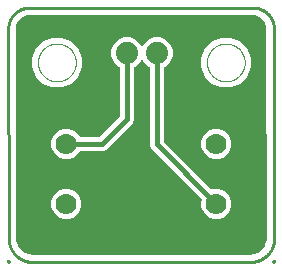
<source format=gbl>
G04 EAGLE Gerber RS-274X export*
G75*
%MOMM*%
%FSLAX34Y34*%
%LPD*%
%INBottom layer*%
%IPPOS*%
%AMOC8*
5,1,8,0,0,1.08239X$1,22.5*%
G01*
%ADD10C,0.000000*%
%ADD11C,0.254000*%
%ADD12C,1.778000*%
%ADD13C,1.879600*%
%ADD14C,0.381000*%
%ADD15C,0.756400*%

G36*
X92202Y-98647D02*
X92202Y-98647D01*
X92280Y-98645D01*
X94268Y-98489D01*
X94336Y-98475D01*
X94405Y-98470D01*
X94561Y-98430D01*
X98343Y-97201D01*
X98450Y-97150D01*
X98561Y-97106D01*
X98612Y-97074D01*
X98630Y-97065D01*
X98646Y-97052D01*
X98697Y-97020D01*
X101913Y-94681D01*
X101999Y-94600D01*
X102091Y-94524D01*
X102129Y-94477D01*
X102144Y-94463D01*
X102155Y-94446D01*
X102193Y-94400D01*
X104528Y-91181D01*
X104585Y-91077D01*
X104649Y-90976D01*
X104671Y-90920D01*
X104681Y-90902D01*
X104686Y-90882D01*
X104708Y-90827D01*
X105933Y-87043D01*
X105946Y-86975D01*
X105969Y-86910D01*
X105991Y-86750D01*
X106145Y-84762D01*
X106144Y-84740D01*
X106149Y-84662D01*
X106149Y-84592D01*
X105919Y92494D01*
X105918Y92494D01*
X105919Y92494D01*
X105918Y92571D01*
X105916Y92591D01*
X105912Y92695D01*
X105715Y94675D01*
X105691Y94778D01*
X105676Y94884D01*
X105648Y94964D01*
X105644Y94985D01*
X105636Y94999D01*
X105624Y95036D01*
X104104Y98693D01*
X104100Y98701D01*
X104097Y98710D01*
X104020Y98840D01*
X103946Y98970D01*
X103940Y98976D01*
X103935Y98984D01*
X103829Y99105D01*
X101026Y101903D01*
X101019Y101909D01*
X101014Y101916D01*
X100893Y102007D01*
X100775Y102098D01*
X100767Y102101D01*
X100759Y102107D01*
X100615Y102178D01*
X96955Y103692D01*
X96853Y103720D01*
X96753Y103757D01*
X96669Y103770D01*
X96648Y103776D01*
X96633Y103776D01*
X96594Y103782D01*
X94614Y103977D01*
X94594Y103977D01*
X94490Y103983D01*
X94473Y103983D01*
X92975Y103983D01*
X92974Y103983D01*
X-94951Y103983D01*
X-94972Y103981D01*
X-95050Y103979D01*
X-96641Y103854D01*
X-96709Y103840D01*
X-96778Y103836D01*
X-96934Y103796D01*
X-99959Y102812D01*
X-100067Y102761D01*
X-100177Y102718D01*
X-100229Y102685D01*
X-100247Y102676D01*
X-100263Y102664D01*
X-100313Y102631D01*
X-102886Y100760D01*
X-102973Y100679D01*
X-103064Y100603D01*
X-103103Y100556D01*
X-103118Y100542D01*
X-103129Y100525D01*
X-103167Y100479D01*
X-105035Y97904D01*
X-105092Y97800D01*
X-105156Y97699D01*
X-105178Y97643D01*
X-105188Y97625D01*
X-105193Y97605D01*
X-105215Y97550D01*
X-106195Y94523D01*
X-106208Y94455D01*
X-106230Y94389D01*
X-106253Y94230D01*
X-106376Y92639D01*
X-106375Y92617D01*
X-106380Y92540D01*
X-106151Y-83179D01*
X-106151Y-83180D01*
X-106149Y-84695D01*
X-106146Y-84716D01*
X-106145Y-84794D01*
X-105987Y-86779D01*
X-105973Y-86847D01*
X-105968Y-86916D01*
X-105928Y-87072D01*
X-104698Y-90847D01*
X-104647Y-90954D01*
X-104604Y-91064D01*
X-104571Y-91116D01*
X-104562Y-91135D01*
X-104549Y-91150D01*
X-104517Y-91200D01*
X-102181Y-94411D01*
X-102100Y-94498D01*
X-102024Y-94589D01*
X-101977Y-94628D01*
X-101963Y-94643D01*
X-101946Y-94654D01*
X-101900Y-94692D01*
X-98687Y-97024D01*
X-98583Y-97081D01*
X-98483Y-97145D01*
X-98426Y-97168D01*
X-98408Y-97177D01*
X-98389Y-97182D01*
X-98333Y-97204D01*
X-94557Y-98431D01*
X-94489Y-98444D01*
X-94424Y-98466D01*
X-94264Y-98489D01*
X-92279Y-98645D01*
X-92257Y-98644D01*
X-92179Y-98649D01*
X92180Y-98649D01*
X92202Y-98647D01*
G37*
%LPC*%
G36*
X60974Y-68401D02*
X60974Y-68401D01*
X56306Y-66467D01*
X52733Y-62894D01*
X50799Y-58226D01*
X50799Y-53174D01*
X51087Y-52479D01*
X51095Y-52450D01*
X51108Y-52424D01*
X51137Y-52297D01*
X51171Y-52172D01*
X51172Y-52142D01*
X51178Y-52113D01*
X51174Y-51984D01*
X51176Y-51854D01*
X51169Y-51825D01*
X51168Y-51796D01*
X51132Y-51671D01*
X51102Y-51545D01*
X51088Y-51518D01*
X51080Y-51490D01*
X51014Y-51378D01*
X50953Y-51263D01*
X50934Y-51242D01*
X50918Y-51216D01*
X50812Y-51095D01*
X10149Y-10432D01*
X8362Y-8646D01*
X7492Y-6545D01*
X7492Y59256D01*
X7489Y59285D01*
X7491Y59314D01*
X7469Y59442D01*
X7452Y59571D01*
X7442Y59599D01*
X7437Y59628D01*
X7383Y59746D01*
X7335Y59867D01*
X7318Y59891D01*
X7306Y59918D01*
X7225Y60019D01*
X7149Y60124D01*
X7126Y60143D01*
X7107Y60166D01*
X7004Y60244D01*
X6904Y60327D01*
X6877Y60340D01*
X6853Y60357D01*
X6709Y60428D01*
X5758Y60822D01*
X2042Y64538D01*
X1713Y65333D01*
X1644Y65454D01*
X1579Y65577D01*
X1565Y65592D01*
X1555Y65610D01*
X1458Y65710D01*
X1365Y65812D01*
X1348Y65824D01*
X1334Y65838D01*
X1215Y65911D01*
X1099Y65987D01*
X1080Y65994D01*
X1063Y66004D01*
X930Y66045D01*
X798Y66090D01*
X778Y66092D01*
X759Y66098D01*
X620Y66105D01*
X481Y66116D01*
X461Y66112D01*
X441Y66113D01*
X305Y66085D01*
X168Y66061D01*
X150Y66053D01*
X130Y66049D01*
X4Y65988D01*
X-122Y65931D01*
X-138Y65918D01*
X-156Y65909D01*
X-262Y65818D01*
X-371Y65732D01*
X-383Y65716D01*
X-398Y65703D01*
X-479Y65588D01*
X-562Y65478D01*
X-574Y65453D01*
X-581Y65443D01*
X-589Y65423D01*
X-633Y65333D01*
X-962Y64538D01*
X-4678Y60822D01*
X-5661Y60415D01*
X-5686Y60400D01*
X-5714Y60391D01*
X-5824Y60322D01*
X-5937Y60258D01*
X-5958Y60237D01*
X-5983Y60221D01*
X-6072Y60127D01*
X-6165Y60036D01*
X-6181Y60011D01*
X-6201Y59990D01*
X-6264Y59876D01*
X-6332Y59765D01*
X-6340Y59737D01*
X-6355Y59711D01*
X-6387Y59585D01*
X-6425Y59461D01*
X-6427Y59432D01*
X-6434Y59403D01*
X-6444Y59242D01*
X-6444Y15151D01*
X-7314Y13050D01*
X-30110Y-9746D01*
X-32211Y-10616D01*
X-51272Y-10616D01*
X-51302Y-10619D01*
X-51331Y-10617D01*
X-51459Y-10639D01*
X-51588Y-10656D01*
X-51615Y-10666D01*
X-51644Y-10671D01*
X-51763Y-10725D01*
X-51884Y-10773D01*
X-51907Y-10790D01*
X-51934Y-10802D01*
X-52036Y-10883D01*
X-52141Y-10959D01*
X-52160Y-10982D01*
X-52183Y-11001D01*
X-52261Y-11104D01*
X-52344Y-11204D01*
X-52356Y-11231D01*
X-52374Y-11255D01*
X-52445Y-11399D01*
X-52733Y-12094D01*
X-56306Y-15667D01*
X-60974Y-17601D01*
X-66026Y-17601D01*
X-70694Y-15667D01*
X-74267Y-12094D01*
X-76201Y-7426D01*
X-76201Y-2374D01*
X-74267Y2294D01*
X-70694Y5867D01*
X-66026Y7801D01*
X-60974Y7801D01*
X-56306Y5867D01*
X-52733Y2294D01*
X-52445Y1599D01*
X-52430Y1574D01*
X-52421Y1546D01*
X-52352Y1436D01*
X-52287Y1323D01*
X-52267Y1302D01*
X-52251Y1277D01*
X-52156Y1188D01*
X-52066Y1095D01*
X-52041Y1079D01*
X-52019Y1059D01*
X-51906Y996D01*
X-51795Y928D01*
X-51767Y920D01*
X-51741Y905D01*
X-51615Y873D01*
X-51491Y835D01*
X-51462Y833D01*
X-51433Y826D01*
X-51272Y816D01*
X-36241Y816D01*
X-36143Y828D01*
X-36044Y831D01*
X-35986Y848D01*
X-35926Y856D01*
X-35834Y892D01*
X-35739Y920D01*
X-35686Y950D01*
X-35630Y973D01*
X-35550Y1031D01*
X-35465Y1081D01*
X-35389Y1147D01*
X-35373Y1159D01*
X-35365Y1169D01*
X-35344Y1187D01*
X-18247Y18284D01*
X-18187Y18362D01*
X-18119Y18434D01*
X-18090Y18487D01*
X-18053Y18535D01*
X-18013Y18626D01*
X-17965Y18713D01*
X-17950Y18771D01*
X-17926Y18827D01*
X-17911Y18925D01*
X-17886Y19021D01*
X-17880Y19121D01*
X-17876Y19141D01*
X-17878Y19153D01*
X-17876Y19181D01*
X-17876Y59242D01*
X-17879Y59272D01*
X-17877Y59301D01*
X-17899Y59429D01*
X-17916Y59558D01*
X-17926Y59585D01*
X-17931Y59615D01*
X-17985Y59733D01*
X-18033Y59854D01*
X-18050Y59877D01*
X-18062Y59904D01*
X-18143Y60006D01*
X-18219Y60111D01*
X-18242Y60130D01*
X-18261Y60153D01*
X-18364Y60231D01*
X-18464Y60314D01*
X-18491Y60326D01*
X-18515Y60344D01*
X-18659Y60415D01*
X-19642Y60822D01*
X-23358Y64538D01*
X-25369Y69393D01*
X-25369Y74647D01*
X-23358Y79502D01*
X-19642Y83218D01*
X-14787Y85229D01*
X-9533Y85229D01*
X-4678Y83218D01*
X-962Y79502D01*
X-633Y78707D01*
X-564Y78586D01*
X-499Y78463D01*
X-485Y78448D01*
X-475Y78430D01*
X-378Y78330D01*
X-285Y78228D01*
X-268Y78216D01*
X-254Y78202D01*
X-135Y78129D01*
X-19Y78053D01*
X0Y78046D01*
X17Y78036D01*
X150Y77995D01*
X282Y77950D01*
X302Y77948D01*
X321Y77942D01*
X460Y77935D01*
X599Y77924D01*
X619Y77928D01*
X639Y77927D01*
X775Y77955D01*
X912Y77979D01*
X931Y77987D01*
X950Y77991D01*
X1075Y78052D01*
X1202Y78109D01*
X1218Y78122D01*
X1236Y78131D01*
X1342Y78221D01*
X1450Y78308D01*
X1463Y78324D01*
X1478Y78337D01*
X1558Y78451D01*
X1642Y78562D01*
X1654Y78587D01*
X1661Y78597D01*
X1668Y78616D01*
X1713Y78707D01*
X2042Y79502D01*
X5758Y83218D01*
X10613Y85229D01*
X15867Y85229D01*
X20722Y83218D01*
X24438Y79502D01*
X26449Y74647D01*
X26449Y69393D01*
X24438Y64538D01*
X20722Y60822D01*
X19707Y60402D01*
X19682Y60387D01*
X19654Y60378D01*
X19544Y60309D01*
X19431Y60244D01*
X19410Y60224D01*
X19385Y60208D01*
X19296Y60113D01*
X19203Y60023D01*
X19187Y59998D01*
X19167Y59976D01*
X19104Y59863D01*
X19036Y59752D01*
X19028Y59724D01*
X19013Y59698D01*
X18981Y59572D01*
X18943Y59448D01*
X18941Y59418D01*
X18934Y59390D01*
X18924Y59229D01*
X18924Y-2515D01*
X18936Y-2613D01*
X18939Y-2712D01*
X18956Y-2770D01*
X18964Y-2830D01*
X19000Y-2922D01*
X19028Y-3017D01*
X19058Y-3070D01*
X19081Y-3126D01*
X19139Y-3206D01*
X19189Y-3291D01*
X19255Y-3367D01*
X19267Y-3383D01*
X19277Y-3391D01*
X19295Y-3412D01*
X58895Y-43012D01*
X58919Y-43030D01*
X58938Y-43053D01*
X59044Y-43127D01*
X59147Y-43207D01*
X59174Y-43219D01*
X59198Y-43236D01*
X59319Y-43282D01*
X59438Y-43333D01*
X59468Y-43338D01*
X59495Y-43348D01*
X59624Y-43363D01*
X59753Y-43383D01*
X59782Y-43380D01*
X59811Y-43384D01*
X59940Y-43366D01*
X60069Y-43353D01*
X60097Y-43343D01*
X60126Y-43339D01*
X60279Y-43287D01*
X60974Y-42999D01*
X66026Y-42999D01*
X70694Y-44933D01*
X74267Y-48506D01*
X76201Y-53174D01*
X76201Y-58226D01*
X74267Y-62894D01*
X70694Y-66467D01*
X66026Y-68401D01*
X60974Y-68401D01*
G37*
%LPD*%
%LPC*%
G36*
X67307Y42919D02*
X67307Y42919D01*
X59559Y46129D01*
X53629Y52059D01*
X50419Y59807D01*
X50419Y68193D01*
X53629Y75941D01*
X59559Y81871D01*
X67307Y85081D01*
X75693Y85081D01*
X83441Y81871D01*
X89371Y75941D01*
X92581Y68193D01*
X92581Y59807D01*
X89371Y52059D01*
X83441Y46129D01*
X75693Y42919D01*
X67307Y42919D01*
G37*
%LPD*%
%LPC*%
G36*
X-75693Y42919D02*
X-75693Y42919D01*
X-83441Y46129D01*
X-89371Y52059D01*
X-92581Y59807D01*
X-92581Y68193D01*
X-89371Y75941D01*
X-83441Y81871D01*
X-75693Y85081D01*
X-67307Y85081D01*
X-59559Y81871D01*
X-53629Y75941D01*
X-50419Y68193D01*
X-50419Y59807D01*
X-53629Y52059D01*
X-59559Y46129D01*
X-67307Y42919D01*
X-75693Y42919D01*
G37*
%LPD*%
%LPC*%
G36*
X-66026Y-68401D02*
X-66026Y-68401D01*
X-70694Y-66467D01*
X-74267Y-62894D01*
X-76201Y-58226D01*
X-76201Y-53174D01*
X-74267Y-48506D01*
X-70694Y-44933D01*
X-66026Y-42999D01*
X-60974Y-42999D01*
X-56306Y-44933D01*
X-52733Y-48506D01*
X-50799Y-53174D01*
X-50799Y-58226D01*
X-52733Y-62894D01*
X-56306Y-66467D01*
X-60974Y-68401D01*
X-66026Y-68401D01*
G37*
%LPD*%
%LPC*%
G36*
X60974Y-17601D02*
X60974Y-17601D01*
X56306Y-15667D01*
X52733Y-12094D01*
X50799Y-7426D01*
X50799Y-2374D01*
X52733Y2294D01*
X56306Y5867D01*
X60974Y7801D01*
X66026Y7801D01*
X70694Y5867D01*
X74267Y2294D01*
X76201Y-2374D01*
X76201Y-7426D01*
X74267Y-12094D01*
X70694Y-15667D01*
X66026Y-17601D01*
X60974Y-17601D01*
G37*
%LPD*%
G36*
X112645Y-106254D02*
X112645Y-106254D01*
X112765Y-106247D01*
X112803Y-106234D01*
X112842Y-106229D01*
X112954Y-106185D01*
X113067Y-106148D01*
X113101Y-106127D01*
X113138Y-106112D01*
X113235Y-106042D01*
X113336Y-105978D01*
X113363Y-105949D01*
X113395Y-105926D01*
X113472Y-105833D01*
X113554Y-105746D01*
X113573Y-105711D01*
X113598Y-105681D01*
X113649Y-105572D01*
X113707Y-105467D01*
X113717Y-105429D01*
X113733Y-105393D01*
X113756Y-105275D01*
X113786Y-105159D01*
X113789Y-105100D01*
X113793Y-105081D01*
X113792Y-105060D01*
X113796Y-104998D01*
X113795Y-104215D01*
X113785Y-104136D01*
X113785Y-104057D01*
X113765Y-103979D01*
X113754Y-103899D01*
X113725Y-103825D01*
X113705Y-103749D01*
X113667Y-103678D01*
X113637Y-103604D01*
X113590Y-103539D01*
X113552Y-103470D01*
X113497Y-103412D01*
X113450Y-103346D01*
X113389Y-103296D01*
X113334Y-103238D01*
X113267Y-103195D01*
X113205Y-103144D01*
X113133Y-103110D01*
X113066Y-103068D01*
X112990Y-103043D01*
X112917Y-103009D01*
X112839Y-102994D01*
X112763Y-102969D01*
X112683Y-102964D01*
X112604Y-102949D01*
X112525Y-102954D01*
X112446Y-102949D01*
X112367Y-102964D01*
X112287Y-102970D01*
X112212Y-102994D01*
X112134Y-103009D01*
X112061Y-103043D01*
X111984Y-103068D01*
X111918Y-103111D01*
X111846Y-103144D01*
X111784Y-103195D01*
X111716Y-103239D01*
X111662Y-103296D01*
X111601Y-103347D01*
X111499Y-103470D01*
X111498Y-103470D01*
X111498Y-103471D01*
X111287Y-103762D01*
X110996Y-103974D01*
X110939Y-104028D01*
X110874Y-104074D01*
X110823Y-104136D01*
X110765Y-104191D01*
X110722Y-104258D01*
X110672Y-104319D01*
X110637Y-104392D01*
X110594Y-104460D01*
X110570Y-104536D01*
X110536Y-104607D01*
X110521Y-104686D01*
X110496Y-104762D01*
X110491Y-104842D01*
X110476Y-104920D01*
X110481Y-105000D01*
X110476Y-105080D01*
X110491Y-105158D01*
X110496Y-105237D01*
X110521Y-105313D01*
X110536Y-105392D01*
X110570Y-105464D01*
X110594Y-105539D01*
X110637Y-105607D01*
X110671Y-105680D01*
X110722Y-105741D01*
X110764Y-105808D01*
X110823Y-105863D01*
X110874Y-105925D01*
X110938Y-105972D01*
X110996Y-106026D01*
X111066Y-106065D01*
X111131Y-106112D01*
X111205Y-106141D01*
X111274Y-106180D01*
X111352Y-106200D01*
X111427Y-106229D01*
X111505Y-106239D01*
X111582Y-106259D01*
X111742Y-106269D01*
X111743Y-106269D01*
X112526Y-106269D01*
X112645Y-106254D01*
G37*
G36*
X-111668Y-106259D02*
X-111668Y-106259D01*
X-111588Y-106259D01*
X-111511Y-106239D01*
X-111432Y-106229D01*
X-111358Y-106200D01*
X-111280Y-106180D01*
X-111210Y-106142D01*
X-111136Y-106112D01*
X-111072Y-106065D01*
X-111002Y-106027D01*
X-110944Y-105972D01*
X-110879Y-105926D01*
X-110828Y-105864D01*
X-110770Y-105809D01*
X-110727Y-105742D01*
X-110676Y-105681D01*
X-110642Y-105608D01*
X-110599Y-105541D01*
X-110575Y-105465D01*
X-110541Y-105393D01*
X-110526Y-105314D01*
X-110501Y-105238D01*
X-110496Y-105159D01*
X-110481Y-105081D01*
X-110486Y-105001D01*
X-110481Y-104921D01*
X-110496Y-104843D01*
X-110501Y-104763D01*
X-110525Y-104687D01*
X-110540Y-104609D01*
X-110574Y-104536D01*
X-110599Y-104461D01*
X-110641Y-104393D01*
X-110675Y-104321D01*
X-110726Y-104259D01*
X-110769Y-104192D01*
X-110827Y-104137D01*
X-110878Y-104076D01*
X-110999Y-103975D01*
X-111000Y-103974D01*
X-111001Y-103974D01*
X-111002Y-103973D01*
X-111263Y-103784D01*
X-111448Y-103529D01*
X-111503Y-103470D01*
X-111550Y-103406D01*
X-111611Y-103355D01*
X-111666Y-103297D01*
X-111734Y-103254D01*
X-111795Y-103203D01*
X-111867Y-103169D01*
X-111935Y-103127D01*
X-112011Y-103102D01*
X-112083Y-103068D01*
X-112161Y-103053D01*
X-112237Y-103029D01*
X-112317Y-103024D01*
X-112396Y-103009D01*
X-112475Y-103014D01*
X-112555Y-103009D01*
X-112633Y-103024D01*
X-112713Y-103029D01*
X-112789Y-103053D01*
X-112867Y-103068D01*
X-112939Y-103102D01*
X-113015Y-103127D01*
X-113083Y-103170D01*
X-113155Y-103204D01*
X-113216Y-103255D01*
X-113284Y-103298D01*
X-113338Y-103356D01*
X-113400Y-103407D01*
X-113447Y-103471D01*
X-113502Y-103530D01*
X-113540Y-103600D01*
X-113587Y-103664D01*
X-113616Y-103738D01*
X-113655Y-103808D01*
X-113674Y-103886D01*
X-113704Y-103960D01*
X-113714Y-104039D01*
X-113734Y-104116D01*
X-113743Y-104273D01*
X-113744Y-104275D01*
X-113744Y-104276D01*
X-113744Y-104277D01*
X-113743Y-105002D01*
X-113728Y-105119D01*
X-113720Y-105237D01*
X-113708Y-105276D01*
X-113703Y-105317D01*
X-113659Y-105427D01*
X-113622Y-105539D01*
X-113600Y-105574D01*
X-113585Y-105613D01*
X-113516Y-105708D01*
X-113452Y-105808D01*
X-113422Y-105836D01*
X-113398Y-105870D01*
X-113307Y-105945D01*
X-113221Y-106026D01*
X-113184Y-106046D01*
X-113153Y-106072D01*
X-113046Y-106123D01*
X-112942Y-106180D01*
X-112902Y-106190D01*
X-112865Y-106207D01*
X-112748Y-106230D01*
X-112634Y-106259D01*
X-112573Y-106263D01*
X-112552Y-106267D01*
X-112532Y-106266D01*
X-112474Y-106269D01*
X-111748Y-106269D01*
X-111668Y-106259D01*
G37*
D10*
X-87500Y64000D02*
X-87495Y64393D01*
X-87481Y64785D01*
X-87457Y65177D01*
X-87423Y65568D01*
X-87380Y65959D01*
X-87327Y66348D01*
X-87264Y66735D01*
X-87193Y67121D01*
X-87111Y67506D01*
X-87021Y67888D01*
X-86920Y68267D01*
X-86811Y68645D01*
X-86692Y69019D01*
X-86565Y69390D01*
X-86428Y69758D01*
X-86282Y70123D01*
X-86127Y70484D01*
X-85964Y70841D01*
X-85792Y71194D01*
X-85611Y71542D01*
X-85421Y71886D01*
X-85224Y72226D01*
X-85018Y72560D01*
X-84804Y72889D01*
X-84581Y73213D01*
X-84351Y73531D01*
X-84114Y73844D01*
X-83868Y74150D01*
X-83615Y74451D01*
X-83355Y74745D01*
X-83088Y75033D01*
X-82814Y75314D01*
X-82533Y75588D01*
X-82245Y75855D01*
X-81951Y76115D01*
X-81650Y76368D01*
X-81344Y76614D01*
X-81031Y76851D01*
X-80713Y77081D01*
X-80389Y77304D01*
X-80060Y77518D01*
X-79726Y77724D01*
X-79386Y77921D01*
X-79042Y78111D01*
X-78694Y78292D01*
X-78341Y78464D01*
X-77984Y78627D01*
X-77623Y78782D01*
X-77258Y78928D01*
X-76890Y79065D01*
X-76519Y79192D01*
X-76145Y79311D01*
X-75767Y79420D01*
X-75388Y79521D01*
X-75006Y79611D01*
X-74621Y79693D01*
X-74235Y79764D01*
X-73848Y79827D01*
X-73459Y79880D01*
X-73068Y79923D01*
X-72677Y79957D01*
X-72285Y79981D01*
X-71893Y79995D01*
X-71500Y80000D01*
X-71107Y79995D01*
X-70715Y79981D01*
X-70323Y79957D01*
X-69932Y79923D01*
X-69541Y79880D01*
X-69152Y79827D01*
X-68765Y79764D01*
X-68379Y79693D01*
X-67994Y79611D01*
X-67612Y79521D01*
X-67233Y79420D01*
X-66855Y79311D01*
X-66481Y79192D01*
X-66110Y79065D01*
X-65742Y78928D01*
X-65377Y78782D01*
X-65016Y78627D01*
X-64659Y78464D01*
X-64306Y78292D01*
X-63958Y78111D01*
X-63614Y77921D01*
X-63274Y77724D01*
X-62940Y77518D01*
X-62611Y77304D01*
X-62287Y77081D01*
X-61969Y76851D01*
X-61656Y76614D01*
X-61350Y76368D01*
X-61049Y76115D01*
X-60755Y75855D01*
X-60467Y75588D01*
X-60186Y75314D01*
X-59912Y75033D01*
X-59645Y74745D01*
X-59385Y74451D01*
X-59132Y74150D01*
X-58886Y73844D01*
X-58649Y73531D01*
X-58419Y73213D01*
X-58196Y72889D01*
X-57982Y72560D01*
X-57776Y72226D01*
X-57579Y71886D01*
X-57389Y71542D01*
X-57208Y71194D01*
X-57036Y70841D01*
X-56873Y70484D01*
X-56718Y70123D01*
X-56572Y69758D01*
X-56435Y69390D01*
X-56308Y69019D01*
X-56189Y68645D01*
X-56080Y68267D01*
X-55979Y67888D01*
X-55889Y67506D01*
X-55807Y67121D01*
X-55736Y66735D01*
X-55673Y66348D01*
X-55620Y65959D01*
X-55577Y65568D01*
X-55543Y65177D01*
X-55519Y64785D01*
X-55505Y64393D01*
X-55500Y64000D01*
X-55505Y63607D01*
X-55519Y63215D01*
X-55543Y62823D01*
X-55577Y62432D01*
X-55620Y62041D01*
X-55673Y61652D01*
X-55736Y61265D01*
X-55807Y60879D01*
X-55889Y60494D01*
X-55979Y60112D01*
X-56080Y59733D01*
X-56189Y59355D01*
X-56308Y58981D01*
X-56435Y58610D01*
X-56572Y58242D01*
X-56718Y57877D01*
X-56873Y57516D01*
X-57036Y57159D01*
X-57208Y56806D01*
X-57389Y56458D01*
X-57579Y56114D01*
X-57776Y55774D01*
X-57982Y55440D01*
X-58196Y55111D01*
X-58419Y54787D01*
X-58649Y54469D01*
X-58886Y54156D01*
X-59132Y53850D01*
X-59385Y53549D01*
X-59645Y53255D01*
X-59912Y52967D01*
X-60186Y52686D01*
X-60467Y52412D01*
X-60755Y52145D01*
X-61049Y51885D01*
X-61350Y51632D01*
X-61656Y51386D01*
X-61969Y51149D01*
X-62287Y50919D01*
X-62611Y50696D01*
X-62940Y50482D01*
X-63274Y50276D01*
X-63614Y50079D01*
X-63958Y49889D01*
X-64306Y49708D01*
X-64659Y49536D01*
X-65016Y49373D01*
X-65377Y49218D01*
X-65742Y49072D01*
X-66110Y48935D01*
X-66481Y48808D01*
X-66855Y48689D01*
X-67233Y48580D01*
X-67612Y48479D01*
X-67994Y48389D01*
X-68379Y48307D01*
X-68765Y48236D01*
X-69152Y48173D01*
X-69541Y48120D01*
X-69932Y48077D01*
X-70323Y48043D01*
X-70715Y48019D01*
X-71107Y48005D01*
X-71500Y48000D01*
X-71893Y48005D01*
X-72285Y48019D01*
X-72677Y48043D01*
X-73068Y48077D01*
X-73459Y48120D01*
X-73848Y48173D01*
X-74235Y48236D01*
X-74621Y48307D01*
X-75006Y48389D01*
X-75388Y48479D01*
X-75767Y48580D01*
X-76145Y48689D01*
X-76519Y48808D01*
X-76890Y48935D01*
X-77258Y49072D01*
X-77623Y49218D01*
X-77984Y49373D01*
X-78341Y49536D01*
X-78694Y49708D01*
X-79042Y49889D01*
X-79386Y50079D01*
X-79726Y50276D01*
X-80060Y50482D01*
X-80389Y50696D01*
X-80713Y50919D01*
X-81031Y51149D01*
X-81344Y51386D01*
X-81650Y51632D01*
X-81951Y51885D01*
X-82245Y52145D01*
X-82533Y52412D01*
X-82814Y52686D01*
X-83088Y52967D01*
X-83355Y53255D01*
X-83615Y53549D01*
X-83868Y53850D01*
X-84114Y54156D01*
X-84351Y54469D01*
X-84581Y54787D01*
X-84804Y55111D01*
X-85018Y55440D01*
X-85224Y55774D01*
X-85421Y56114D01*
X-85611Y56458D01*
X-85792Y56806D01*
X-85964Y57159D01*
X-86127Y57516D01*
X-86282Y57877D01*
X-86428Y58242D01*
X-86565Y58610D01*
X-86692Y58981D01*
X-86811Y59355D01*
X-86920Y59733D01*
X-87021Y60112D01*
X-87111Y60494D01*
X-87193Y60879D01*
X-87264Y61265D01*
X-87327Y61652D01*
X-87380Y62041D01*
X-87423Y62432D01*
X-87457Y62823D01*
X-87481Y63215D01*
X-87495Y63607D01*
X-87500Y64000D01*
X55500Y64000D02*
X55505Y64393D01*
X55519Y64785D01*
X55543Y65177D01*
X55577Y65568D01*
X55620Y65959D01*
X55673Y66348D01*
X55736Y66735D01*
X55807Y67121D01*
X55889Y67506D01*
X55979Y67888D01*
X56080Y68267D01*
X56189Y68645D01*
X56308Y69019D01*
X56435Y69390D01*
X56572Y69758D01*
X56718Y70123D01*
X56873Y70484D01*
X57036Y70841D01*
X57208Y71194D01*
X57389Y71542D01*
X57579Y71886D01*
X57776Y72226D01*
X57982Y72560D01*
X58196Y72889D01*
X58419Y73213D01*
X58649Y73531D01*
X58886Y73844D01*
X59132Y74150D01*
X59385Y74451D01*
X59645Y74745D01*
X59912Y75033D01*
X60186Y75314D01*
X60467Y75588D01*
X60755Y75855D01*
X61049Y76115D01*
X61350Y76368D01*
X61656Y76614D01*
X61969Y76851D01*
X62287Y77081D01*
X62611Y77304D01*
X62940Y77518D01*
X63274Y77724D01*
X63614Y77921D01*
X63958Y78111D01*
X64306Y78292D01*
X64659Y78464D01*
X65016Y78627D01*
X65377Y78782D01*
X65742Y78928D01*
X66110Y79065D01*
X66481Y79192D01*
X66855Y79311D01*
X67233Y79420D01*
X67612Y79521D01*
X67994Y79611D01*
X68379Y79693D01*
X68765Y79764D01*
X69152Y79827D01*
X69541Y79880D01*
X69932Y79923D01*
X70323Y79957D01*
X70715Y79981D01*
X71107Y79995D01*
X71500Y80000D01*
X71893Y79995D01*
X72285Y79981D01*
X72677Y79957D01*
X73068Y79923D01*
X73459Y79880D01*
X73848Y79827D01*
X74235Y79764D01*
X74621Y79693D01*
X75006Y79611D01*
X75388Y79521D01*
X75767Y79420D01*
X76145Y79311D01*
X76519Y79192D01*
X76890Y79065D01*
X77258Y78928D01*
X77623Y78782D01*
X77984Y78627D01*
X78341Y78464D01*
X78694Y78292D01*
X79042Y78111D01*
X79386Y77921D01*
X79726Y77724D01*
X80060Y77518D01*
X80389Y77304D01*
X80713Y77081D01*
X81031Y76851D01*
X81344Y76614D01*
X81650Y76368D01*
X81951Y76115D01*
X82245Y75855D01*
X82533Y75588D01*
X82814Y75314D01*
X83088Y75033D01*
X83355Y74745D01*
X83615Y74451D01*
X83868Y74150D01*
X84114Y73844D01*
X84351Y73531D01*
X84581Y73213D01*
X84804Y72889D01*
X85018Y72560D01*
X85224Y72226D01*
X85421Y71886D01*
X85611Y71542D01*
X85792Y71194D01*
X85964Y70841D01*
X86127Y70484D01*
X86282Y70123D01*
X86428Y69758D01*
X86565Y69390D01*
X86692Y69019D01*
X86811Y68645D01*
X86920Y68267D01*
X87021Y67888D01*
X87111Y67506D01*
X87193Y67121D01*
X87264Y66735D01*
X87327Y66348D01*
X87380Y65959D01*
X87423Y65568D01*
X87457Y65177D01*
X87481Y64785D01*
X87495Y64393D01*
X87500Y64000D01*
X87495Y63607D01*
X87481Y63215D01*
X87457Y62823D01*
X87423Y62432D01*
X87380Y62041D01*
X87327Y61652D01*
X87264Y61265D01*
X87193Y60879D01*
X87111Y60494D01*
X87021Y60112D01*
X86920Y59733D01*
X86811Y59355D01*
X86692Y58981D01*
X86565Y58610D01*
X86428Y58242D01*
X86282Y57877D01*
X86127Y57516D01*
X85964Y57159D01*
X85792Y56806D01*
X85611Y56458D01*
X85421Y56114D01*
X85224Y55774D01*
X85018Y55440D01*
X84804Y55111D01*
X84581Y54787D01*
X84351Y54469D01*
X84114Y54156D01*
X83868Y53850D01*
X83615Y53549D01*
X83355Y53255D01*
X83088Y52967D01*
X82814Y52686D01*
X82533Y52412D01*
X82245Y52145D01*
X81951Y51885D01*
X81650Y51632D01*
X81344Y51386D01*
X81031Y51149D01*
X80713Y50919D01*
X80389Y50696D01*
X80060Y50482D01*
X79726Y50276D01*
X79386Y50079D01*
X79042Y49889D01*
X78694Y49708D01*
X78341Y49536D01*
X77984Y49373D01*
X77623Y49218D01*
X77258Y49072D01*
X76890Y48935D01*
X76519Y48808D01*
X76145Y48689D01*
X75767Y48580D01*
X75388Y48479D01*
X75006Y48389D01*
X74621Y48307D01*
X74235Y48236D01*
X73848Y48173D01*
X73459Y48120D01*
X73068Y48077D01*
X72677Y48043D01*
X72285Y48019D01*
X71893Y48005D01*
X71500Y48000D01*
X71107Y48005D01*
X70715Y48019D01*
X70323Y48043D01*
X69932Y48077D01*
X69541Y48120D01*
X69152Y48173D01*
X68765Y48236D01*
X68379Y48307D01*
X67994Y48389D01*
X67612Y48479D01*
X67233Y48580D01*
X66855Y48689D01*
X66481Y48808D01*
X66110Y48935D01*
X65742Y49072D01*
X65377Y49218D01*
X65016Y49373D01*
X64659Y49536D01*
X64306Y49708D01*
X63958Y49889D01*
X63614Y50079D01*
X63274Y50276D01*
X62940Y50482D01*
X62611Y50696D01*
X62287Y50919D01*
X61969Y51149D01*
X61656Y51386D01*
X61350Y51632D01*
X61049Y51885D01*
X60755Y52145D01*
X60467Y52412D01*
X60186Y52686D01*
X59912Y52967D01*
X59645Y53255D01*
X59385Y53549D01*
X59132Y53850D01*
X58886Y54156D01*
X58649Y54469D01*
X58419Y54787D01*
X58196Y55111D01*
X57982Y55440D01*
X57776Y55774D01*
X57579Y56114D01*
X57389Y56458D01*
X57208Y56806D01*
X57036Y57159D01*
X56873Y57516D01*
X56718Y57877D01*
X56572Y58242D01*
X56435Y58610D01*
X56308Y58981D01*
X56189Y59355D01*
X56080Y59733D01*
X55979Y60112D01*
X55889Y60494D01*
X55807Y60879D01*
X55736Y61265D01*
X55673Y61652D01*
X55620Y62041D01*
X55577Y62432D01*
X55543Y62823D01*
X55519Y63215D01*
X55505Y63607D01*
X55500Y64000D01*
D11*
X112269Y92579D02*
X112500Y-84654D01*
X112269Y92579D02*
X112263Y93015D01*
X112246Y93451D01*
X112219Y93886D01*
X112181Y94320D01*
X112133Y94754D01*
X112073Y95186D01*
X112004Y95616D01*
X111923Y96045D01*
X111832Y96471D01*
X111731Y96895D01*
X111620Y97316D01*
X111498Y97735D01*
X111366Y98151D01*
X111223Y98563D01*
X111071Y98971D01*
X110909Y99376D01*
X110736Y99776D01*
X110554Y100173D01*
X110363Y100564D01*
X110162Y100951D01*
X109951Y101333D01*
X109731Y101709D01*
X109502Y102080D01*
X109264Y102445D01*
X109017Y102805D01*
X108761Y103158D01*
X108497Y103505D01*
X108224Y103845D01*
X107943Y104178D01*
X107654Y104505D01*
X107357Y104824D01*
X107053Y105136D01*
X106740Y105440D01*
X106421Y105736D01*
X106094Y106025D01*
X105760Y106305D01*
X105420Y106578D01*
X105072Y106842D01*
X104719Y107097D01*
X104359Y107343D01*
X103994Y107581D01*
X103622Y107809D01*
X103246Y108029D01*
X102864Y108239D01*
X102476Y108439D01*
X102085Y108630D01*
X101688Y108812D01*
X101287Y108983D01*
X100882Y109145D01*
X100474Y109297D01*
X100061Y109438D01*
X99646Y109570D01*
X99227Y109691D01*
X98805Y109802D01*
X98381Y109903D01*
X97955Y109993D01*
X97526Y110073D01*
X97095Y110142D01*
X96663Y110201D01*
X96230Y110249D01*
X95796Y110286D01*
X95361Y110313D01*
X94925Y110329D01*
X94489Y110334D01*
X-94951Y110334D01*
X-95381Y110329D01*
X-95811Y110313D01*
X-96240Y110287D01*
X-96668Y110251D01*
X-97096Y110204D01*
X-97522Y110147D01*
X-97947Y110080D01*
X-98370Y110002D01*
X-98791Y109914D01*
X-99209Y109817D01*
X-99626Y109708D01*
X-100039Y109590D01*
X-100450Y109462D01*
X-100857Y109324D01*
X-101261Y109177D01*
X-101661Y109019D01*
X-102057Y108852D01*
X-102449Y108676D01*
X-102837Y108490D01*
X-103220Y108294D01*
X-103598Y108090D01*
X-103971Y107876D01*
X-104339Y107653D01*
X-104702Y107422D01*
X-105058Y107182D01*
X-105409Y106933D01*
X-105754Y106676D01*
X-106092Y106411D01*
X-106424Y106137D01*
X-106749Y105856D01*
X-107067Y105566D01*
X-107378Y105270D01*
X-107682Y104965D01*
X-107979Y104654D01*
X-108268Y104335D01*
X-108549Y104010D01*
X-108822Y103678D01*
X-109087Y103339D01*
X-109343Y102994D01*
X-109592Y102643D01*
X-109831Y102286D01*
X-110062Y101923D01*
X-110284Y101555D01*
X-110498Y101181D01*
X-110702Y100803D01*
X-110897Y100420D01*
X-111082Y100032D01*
X-111258Y99639D01*
X-111425Y99243D01*
X-111582Y98843D01*
X-111729Y98439D01*
X-111866Y98031D01*
X-111994Y97621D01*
X-112111Y97207D01*
X-112219Y96791D01*
X-112316Y96372D01*
X-112404Y95951D01*
X-112481Y95528D01*
X-112547Y95103D01*
X-112604Y94677D01*
X-112650Y94249D01*
X-112686Y93820D01*
X-112711Y93391D01*
X-112726Y92961D01*
X-112731Y92531D01*
X-112500Y-84702D01*
X-112493Y-85201D01*
X-112474Y-85699D01*
X-112443Y-86196D01*
X-112400Y-86692D01*
X-112344Y-87188D01*
X-112277Y-87681D01*
X-112197Y-88173D01*
X-112105Y-88663D01*
X-112002Y-89151D01*
X-111886Y-89635D01*
X-111759Y-90117D01*
X-111619Y-90596D01*
X-111468Y-91071D01*
X-111306Y-91542D01*
X-111132Y-92009D01*
X-110946Y-92471D01*
X-110750Y-92929D01*
X-110542Y-93382D01*
X-110323Y-93830D01*
X-110093Y-94272D01*
X-109852Y-94708D01*
X-109601Y-95139D01*
X-109339Y-95563D01*
X-109067Y-95980D01*
X-108785Y-96391D01*
X-108493Y-96795D01*
X-108191Y-97191D01*
X-107879Y-97580D01*
X-107558Y-97961D01*
X-107228Y-98334D01*
X-106888Y-98699D01*
X-106540Y-99056D01*
X-106183Y-99404D01*
X-105818Y-99743D01*
X-105444Y-100072D01*
X-105063Y-100393D01*
X-104674Y-100704D01*
X-104277Y-101006D01*
X-103873Y-101298D01*
X-103462Y-101579D01*
X-103044Y-101851D01*
X-102620Y-102112D01*
X-102189Y-102363D01*
X-101752Y-102603D01*
X-101310Y-102833D01*
X-100862Y-103051D01*
X-100409Y-103259D01*
X-99951Y-103455D01*
X-99488Y-103640D01*
X-99021Y-103813D01*
X-98550Y-103975D01*
X-98074Y-104126D01*
X-97596Y-104265D01*
X-97114Y-104391D01*
X-96629Y-104507D01*
X-96141Y-104610D01*
X-95652Y-104701D01*
X-95159Y-104780D01*
X-94666Y-104847D01*
X-94170Y-104902D01*
X-93674Y-104945D01*
X-93176Y-104975D01*
X-92678Y-104994D01*
X-92180Y-105000D01*
X92180Y-105000D01*
X92671Y-104994D01*
X93163Y-104976D01*
X93653Y-104947D01*
X94143Y-104905D01*
X94631Y-104852D01*
X95118Y-104786D01*
X95604Y-104709D01*
X96087Y-104621D01*
X96568Y-104521D01*
X97047Y-104409D01*
X97522Y-104285D01*
X97995Y-104150D01*
X98464Y-104004D01*
X98930Y-103846D01*
X99391Y-103677D01*
X99848Y-103497D01*
X100301Y-103307D01*
X100749Y-103105D01*
X101192Y-102892D01*
X101630Y-102669D01*
X102062Y-102435D01*
X102489Y-102191D01*
X102909Y-101936D01*
X103324Y-101672D01*
X103731Y-101397D01*
X104132Y-101113D01*
X104526Y-100819D01*
X104913Y-100516D01*
X105292Y-100203D01*
X105664Y-99882D01*
X106027Y-99551D01*
X106383Y-99212D01*
X106730Y-98864D01*
X107069Y-98508D01*
X107399Y-98144D01*
X107720Y-97772D01*
X108032Y-97393D01*
X108335Y-97006D01*
X108628Y-96611D01*
X108912Y-96210D01*
X109186Y-95802D01*
X109450Y-95388D01*
X109704Y-94967D01*
X109947Y-94540D01*
X110181Y-94107D01*
X110403Y-93669D01*
X110616Y-93226D01*
X110817Y-92778D01*
X111007Y-92325D01*
X111187Y-91867D01*
X111355Y-91405D01*
X111512Y-90940D01*
X111658Y-90470D01*
X111792Y-89998D01*
X111915Y-89522D01*
X112026Y-89043D01*
X112126Y-88562D01*
X112214Y-88078D01*
X112290Y-87593D01*
X112355Y-87106D01*
X112407Y-86617D01*
X112448Y-86127D01*
X112477Y-85637D01*
X112495Y-85146D01*
X112500Y-84654D01*
D12*
X-63500Y-4900D03*
X-63500Y-55700D03*
X63500Y-55700D03*
X63500Y-4900D03*
D13*
X-12160Y72020D03*
X13240Y72020D03*
D14*
X13208Y-5408D02*
X63500Y-55700D01*
X13208Y-5408D02*
X13208Y71988D01*
D15*
X13208Y71988D03*
D14*
X-33348Y-4900D02*
X-63500Y-4900D01*
X-12160Y16288D02*
X-12160Y72020D01*
X-12160Y16288D02*
X-33348Y-4900D01*
M02*

</source>
